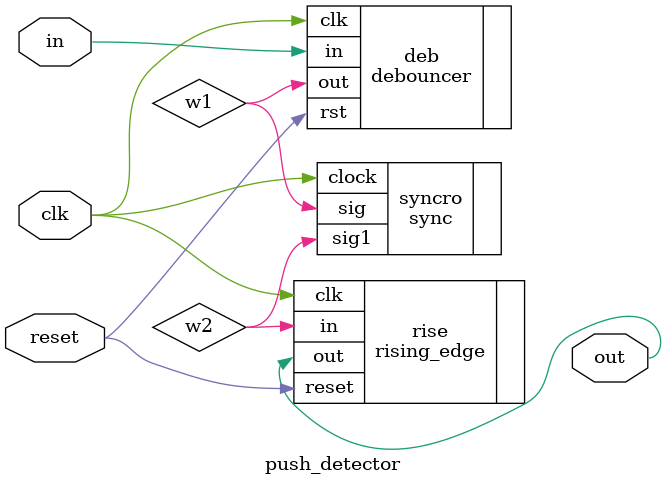
<source format=v>
`timescale 1ns / 1ps

module push_detector(input in,clk,reset, output out);

wire  w1, w2;


debouncer deb(.clk(clk),.rst(reset),.in(in), .out(w1));
sync syncro(.sig(w1),.clock(clk),.sig1(w2));
rising_edge rise(.in(w2), .reset(reset), .clk(clk), .out(out));

endmodule

</source>
